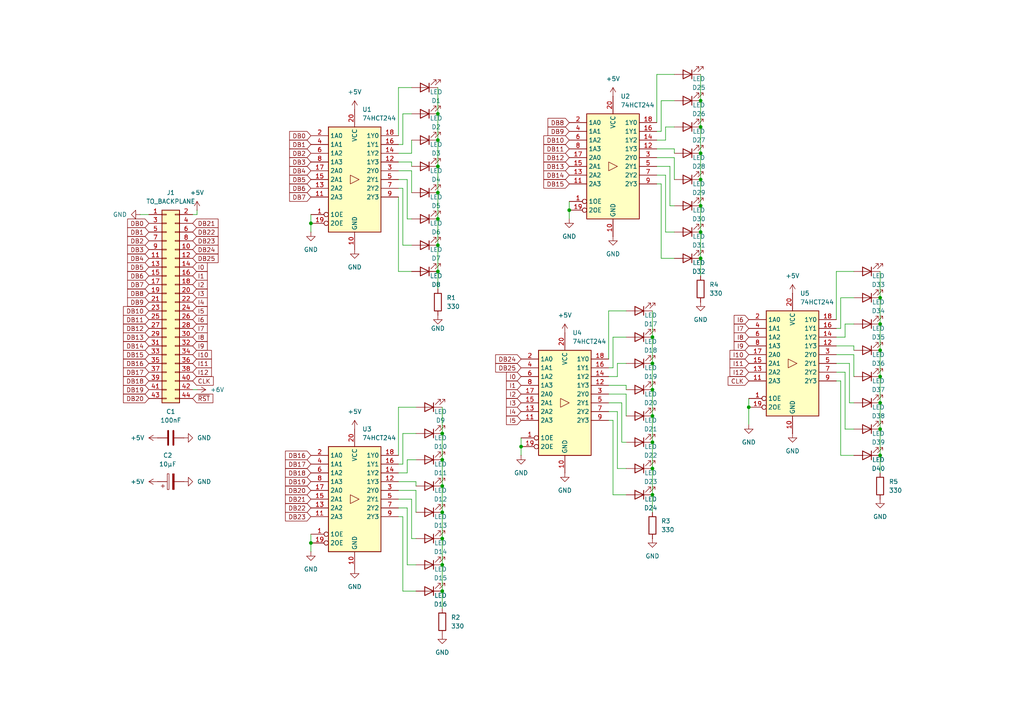
<source format=kicad_sch>
(kicad_sch (version 20231120) (generator "eeschema") (generator_version "8.0")
  (paper "A4")
  (lib_symbols
    (symbol "74xx:74HC244"
      (property "Reference" "U" (at -7.62 16.51 0))
      (property "Value" "74HC244" (at -7.62 -16.51 0))
      (symbol "74HC244_1_0"
        (polyline (pts (xy 1.27 0) (xy -1.27 1.27) (xy -1.27 -1.27) (xy 1.27 0)) (stroke (width 0.1524)))
        (pin input inverted (at -12.7 -10.16 0) (length 5.08) (name "1OE") (number "1"))
        (pin power_in line (at 0 -20.32 90) (length 5.08) (name "GND") (number "10"))
        (pin input line (at -12.7 -5.08 0) (length 5.08) (name "2A3") (number "11"))
        (pin tri_state line (at 12.7 5.08 180) (length 5.08) (name "1Y3") (number "12"))
        (pin input line (at -12.7 -2.54 0) (length 5.08) (name "2A2") (number "13"))
        (pin tri_state line (at 12.7 7.62 180) (length 5.08) (name "1Y2") (number "14"))
        (pin input line (at -12.7 0 0) (length 5.08) (name "2A1") (number "15"))
        (pin tri_state line (at 12.7 10.16 180) (length 5.08) (name "1Y1") (number "16"))
        (pin input line (at -12.7 2.54 0) (length 5.08) (name "2A0") (number "17"))
        (pin tri_state line (at 12.7 12.7 180) (length 5.08) (name "1Y0") (number "18"))
        (pin input inverted (at -12.7 -12.7 0) (length 5.08) (name "2OE") (number "19"))
        (pin input line (at -12.7 12.7 0) (length 5.08) (name "1A0") (number "2"))
        (pin power_in line (at 0 20.32 270) (length 5.08) (name "VCC") (number "20"))
        (pin tri_state line (at 12.7 2.54 180) (length 5.08) (name "2Y0") (number "3"))
        (pin input line (at -12.7 10.16 0) (length 5.08) (name "1A1") (number "4"))
        (pin tri_state line (at 12.7 0 180) (length 5.08) (name "2Y1") (number "5"))
        (pin input line (at -12.7 7.62 0) (length 5.08) (name "1A2") (number "6"))
        (pin tri_state line (at 12.7 -2.54 180) (length 5.08) (name "2Y2") (number "7"))
        (pin input line (at -12.7 5.08 0) (length 5.08) (name "1A3") (number "8"))
        (pin tri_state line (at 12.7 -5.08 180) (length 5.08) (name "2Y3") (number "9"))
      )
      (symbol "74HC244_1_1"
        (rectangle (start -7.62 15.24) (end 7.62 -15.24) (stroke (width 0.254)) (fill (type background)))
      )
    )
    (symbol "Connector_Generic:Conn_02x22_Odd_Even" (pin_names (offset 1.016) hide)
      (property "Reference" "J" (at 1.27 27.94 0))
      (property "Value" "Conn_02x22_Odd_Even" (at 1.27 -30.48 0))
      (symbol "Conn_02x22_Odd_Even_1_1"
        (rectangle (start -1.27 -27.813) (end 0 -28.067) (stroke (width 0.1524)))
        (rectangle (start -1.27 -25.273) (end 0 -25.527) (stroke (width 0.1524)))
        (rectangle (start -1.27 -22.733) (end 0 -22.987) (stroke (width 0.1524)))
        (rectangle (start -1.27 -20.193) (end 0 -20.447) (stroke (width 0.1524)))
        (rectangle (start -1.27 -17.653) (end 0 -17.907) (stroke (width 0.1524)))
        (rectangle (start -1.27 -15.113) (end 0 -15.367) (stroke (width 0.1524)))
        (rectangle (start -1.27 -12.573) (end 0 -12.827) (stroke (width 0.1524)))
        (rectangle (start -1.27 -10.033) (end 0 -10.287) (stroke (width 0.1524)))
        (rectangle (start -1.27 -7.493) (end 0 -7.747) (stroke (width 0.1524)))
        (rectangle (start -1.27 -4.953) (end 0 -5.207) (stroke (width 0.1524)))
        (rectangle (start -1.27 -2.413) (end 0 -2.667) (stroke (width 0.1524)))
        (rectangle (start -1.27 0.127) (end 0 -0.127) (stroke (width 0.1524)))
        (rectangle (start -1.27 2.667) (end 0 2.413) (stroke (width 0.1524)))
        (rectangle (start -1.27 5.207) (end 0 4.953) (stroke (width 0.1524)))
        (rectangle (start -1.27 7.747) (end 0 7.493) (stroke (width 0.1524)))
        (rectangle (start -1.27 10.287) (end 0 10.033) (stroke (width 0.1524)))
        (rectangle (start -1.27 12.827) (end 0 12.573) (stroke (width 0.1524)))
        (rectangle (start -1.27 15.367) (end 0 15.113) (stroke (width 0.1524)))
        (rectangle (start -1.27 17.907) (end 0 17.653) (stroke (width 0.1524)))
        (rectangle (start -1.27 20.447) (end 0 20.193) (stroke (width 0.1524)))
        (rectangle (start -1.27 22.987) (end 0 22.733) (stroke (width 0.1524)))
        (rectangle (start -1.27 25.527) (end 0 25.273) (stroke (width 0.1524)))
        (rectangle (start -1.27 26.67) (end 3.81 -29.21) (stroke (width 0.254)) (fill (type background)))
        (rectangle (start 3.81 -27.813) (end 2.54 -28.067) (stroke (width 0.1524)))
        (rectangle (start 3.81 -25.273) (end 2.54 -25.527) (stroke (width 0.1524)))
        (rectangle (start 3.81 -22.733) (end 2.54 -22.987) (stroke (width 0.1524)))
        (rectangle (start 3.81 -20.193) (end 2.54 -20.447) (stroke (width 0.1524)))
        (rectangle (start 3.81 -17.653) (end 2.54 -17.907) (stroke (width 0.1524)))
        (rectangle (start 3.81 -15.113) (end 2.54 -15.367) (stroke (width 0.1524)))
        (rectangle (start 3.81 -12.573) (end 2.54 -12.827) (stroke (width 0.1524)))
        (rectangle (start 3.81 -10.033) (end 2.54 -10.287) (stroke (width 0.1524)))
        (rectangle (start 3.81 -7.493) (end 2.54 -7.747) (stroke (width 0.1524)))
        (rectangle (start 3.81 -4.953) (end 2.54 -5.207) (stroke (width 0.1524)))
        (rectangle (start 3.81 -2.413) (end 2.54 -2.667) (stroke (width 0.1524)))
        (rectangle (start 3.81 0.127) (end 2.54 -0.127) (stroke (width 0.1524)))
        (rectangle (start 3.81 2.667) (end 2.54 2.413) (stroke (width 0.1524)))
        (rectangle (start 3.81 5.207) (end 2.54 4.953) (stroke (width 0.1524)))
        (rectangle (start 3.81 7.747) (end 2.54 7.493) (stroke (width 0.1524)))
        (rectangle (start 3.81 10.287) (end 2.54 10.033) (stroke (width 0.1524)))
        (rectangle (start 3.81 12.827) (end 2.54 12.573) (stroke (width 0.1524)))
        (rectangle (start 3.81 15.367) (end 2.54 15.113) (stroke (width 0.1524)))
        (rectangle (start 3.81 17.907) (end 2.54 17.653) (stroke (width 0.1524)))
        (rectangle (start 3.81 20.447) (end 2.54 20.193) (stroke (width 0.1524)))
        (rectangle (start 3.81 22.987) (end 2.54 22.733) (stroke (width 0.1524)))
        (rectangle (start 3.81 25.527) (end 2.54 25.273) (stroke (width 0.1524)))
        (pin passive line (at -5.08 25.4 0) (length 3.81) (name "Pin_1") (number "1"))
        (pin passive line (at 7.62 15.24 180) (length 3.81) (name "Pin_10") (number "10"))
        (pin passive line (at -5.08 12.7 0) (length 3.81) (name "Pin_11") (number "11"))
        (pin passive line (at 7.62 12.7 180) (length 3.81) (name "Pin_12") (number "12"))
        (pin passive line (at -5.08 10.16 0) (length 3.81) (name "Pin_13") (number "13"))
        (pin passive line (at 7.62 10.16 180) (length 3.81) (name "Pin_14") (number "14"))
        (pin passive line (at -5.08 7.62 0) (length 3.81) (name "Pin_15") (number "15"))
        (pin passive line (at 7.62 7.62 180) (length 3.81) (name "Pin_16") (number "16"))
        (pin passive line (at -5.08 5.08 0) (length 3.81) (name "Pin_17") (number "17"))
        (pin passive line (at 7.62 5.08 180) (length 3.81) (name "Pin_18") (number "18"))
        (pin passive line (at -5.08 2.54 0) (length 3.81) (name "Pin_19") (number "19"))
        (pin passive line (at 7.62 25.4 180) (length 3.81) (name "Pin_2") (number "2"))
        (pin passive line (at 7.62 2.54 180) (length 3.81) (name "Pin_20") (number "20"))
        (pin passive line (at -5.08 0 0) (length 3.81) (name "Pin_21") (number "21"))
        (pin passive line (at 7.62 0 180) (length 3.81) (name "Pin_22") (number "22"))
        (pin passive line (at -5.08 -2.54 0) (length 3.81) (name "Pin_23") (number "23"))
        (pin passive line (at 7.62 -2.54 180) (length 3.81) (name "Pin_24") (number "24"))
        (pin passive line (at -5.08 -5.08 0) (length 3.81) (name "Pin_25") (number "25"))
        (pin passive line (at 7.62 -5.08 180) (length 3.81) (name "Pin_26") (number "26"))
        (pin passive line (at -5.08 -7.62 0) (length 3.81) (name "Pin_27") (number "27"))
        (pin passive line (at 7.62 -7.62 180) (length 3.81) (name "Pin_28") (number "28"))
        (pin passive line (at -5.08 -10.16 0) (length 3.81) (name "Pin_29") (number "29"))
        (pin passive line (at -5.08 22.86 0) (length 3.81) (name "Pin_3") (number "3"))
        (pin passive line (at 7.62 -10.16 180) (length 3.81) (name "Pin_30") (number "30"))
        (pin passive line (at -5.08 -12.7 0) (length 3.81) (name "Pin_31") (number "31"))
        (pin passive line (at 7.62 -12.7 180) (length 3.81) (name "Pin_32") (number "32"))
        (pin passive line (at -5.08 -15.24 0) (length 3.81) (name "Pin_33") (number "33"))
        (pin passive line (at 7.62 -15.24 180) (length 3.81) (name "Pin_34") (number "34"))
        (pin passive line (at -5.08 -17.78 0) (length 3.81) (name "Pin_35") (number "35"))
        (pin passive line (at 7.62 -17.78 180) (length 3.81) (name "Pin_36") (number "36"))
        (pin passive line (at -5.08 -20.32 0) (length 3.81) (name "Pin_37") (number "37"))
        (pin passive line (at 7.62 -20.32 180) (length 3.81) (name "Pin_38") (number "38"))
        (pin passive line (at -5.08 -22.86 0) (length 3.81) (name "Pin_39") (number "39"))
        (pin passive line (at 7.62 22.86 180) (length 3.81) (name "Pin_4") (number "4"))
        (pin passive line (at 7.62 -22.86 180) (length 3.81) (name "Pin_40") (number "40"))
        (pin passive line (at -5.08 -25.4 0) (length 3.81) (name "Pin_41") (number "41"))
        (pin passive line (at 7.62 -25.4 180) (length 3.81) (name "Pin_42") (number "42"))
        (pin passive line (at -5.08 -27.94 0) (length 3.81) (name "Pin_43") (number "43"))
        (pin passive line (at 7.62 -27.94 180) (length 3.81) (name "Pin_44") (number "44"))
        (pin passive line (at -5.08 20.32 0) (length 3.81) (name "Pin_5") (number "5"))
        (pin passive line (at 7.62 20.32 180) (length 3.81) (name "Pin_6") (number "6"))
        (pin passive line (at -5.08 17.78 0) (length 3.81) (name "Pin_7") (number "7"))
        (pin passive line (at 7.62 17.78 180) (length 3.81) (name "Pin_8") (number "8"))
        (pin passive line (at -5.08 15.24 0) (length 3.81) (name "Pin_9") (number "9"))
      )
    )
    (symbol "Device:C" (pin_numbers hide) (pin_names (offset 0.254))
      (property "Reference" "C" (at 0.635 2.54 0))
      (property "Value" "C" (at 0.635 -2.54 0))
      (symbol "C_0_1"
        (polyline (pts (xy -2.032 -0.762) (xy 2.032 -0.762)) (stroke (width 0.508)))
        (polyline (pts (xy -2.032 0.762) (xy 2.032 0.762)) (stroke (width 0.508)))
      )
      (symbol "C_1_1"
        (pin passive line (at 0 3.81 270) (length 2.794) (name "~") (number "1"))
        (pin passive line (at 0 -3.81 90) (length 2.794) (name "~") (number "2"))
      )
    )
    (symbol "Device:C_Polarized" (pin_numbers hide) (pin_names (offset 0.254))
      (property "Reference" "C" (at 0.635 2.54 0))
      (property "Value" "C_Polarized" (at 0.635 -2.54 0))
      (symbol "C_Polarized_0_1"
        (rectangle (start -2.286 0.508) (end 2.286 1.016))
        (polyline (pts (xy -1.778 2.286) (xy -0.762 2.286)))
        (polyline (pts (xy -1.27 2.794) (xy -1.27 1.778)))
        (rectangle (start 2.286 -0.508) (end -2.286 -1.016) (fill (type outline)))
      )
      (symbol "C_Polarized_1_1"
        (pin passive line (at 0 3.81 270) (length 2.794) (name "~") (number "1"))
        (pin passive line (at 0 -3.81 90) (length 2.794) (name "~") (number "2"))
      )
    )
    (symbol "Device:LED" (pin_numbers hide) (pin_names (offset 1.016) hide)
      (property "Reference" "D" (at 0 2.54 0))
      (property "Value" "LED" (at 0 -2.54 0))
      (symbol "LED_0_1"
        (polyline (pts (xy -1.27 -1.27) (xy -1.27 1.27)) (stroke (width 0.254)))
        (polyline (pts (xy -1.27 0) (xy 1.27 0)))
        (polyline (pts (xy 1.27 -1.27) (xy 1.27 1.27) (xy -1.27 0) (xy 1.27 -1.27)) (stroke (width 0.254)))
        (polyline (pts (xy -3.048 -0.762) (xy -4.572 -2.286) (xy -3.81 -2.286) (xy -4.572 -2.286) (xy -4.572 -1.524)))
        (polyline (pts (xy -1.778 -0.762) (xy -3.302 -2.286) (xy -2.54 -2.286) (xy -3.302 -2.286) (xy -3.302 -1.524)))
      )
      (symbol "LED_1_1"
        (pin passive line (at -3.81 0 0) (length 2.54) (name "K") (number "1"))
        (pin passive line (at 3.81 0 180) (length 2.54) (name "A") (number "2"))
      )
    )
    (symbol "Device:R" (pin_numbers hide) (pin_names (offset 0))
      (property "Reference" "R" (at 2.032 0 90))
      (property "Value" "R" (at 0 0 90))
      (symbol "R_0_1"
        (rectangle (start -1.016 -2.54) (end 1.016 2.54) (stroke (width 0.254)))
      )
      (symbol "R_1_1"
        (pin passive line (at 0 3.81 270) (length 1.27) (name "~") (number "1"))
        (pin passive line (at 0 -3.81 90) (length 1.27) (name "~") (number "2"))
      )
    )
    (symbol "power:+5V" (power) (pin_numbers hide) (pin_names (offset 0) hide)
      (property "Value" "+5V" (at 0 3.556 0))
      (symbol "+5V_0_1"
        (polyline (pts (xy -0.762 1.27) (xy 0 2.54)))
        (polyline (pts (xy 0 0) (xy 0 2.54)))
        (polyline (pts (xy 0 2.54) (xy 0.762 1.27)))
      )
      (symbol "+5V_1_1"
        (pin power_in line (at 0 0 90) (length 0) (name "~") (number "1"))
      )
    )
    (symbol "power:+6V" (power) (pin_numbers hide) (pin_names (offset 0) hide)
      (property "Value" "+6V" (at 0 3.556 0))
      (symbol "+6V_0_1"
        (polyline (pts (xy -0.762 1.27) (xy 0 2.54)))
        (polyline (pts (xy 0 0) (xy 0 2.54)))
        (polyline (pts (xy 0 2.54) (xy 0.762 1.27)))
      )
      (symbol "+6V_1_1"
        (pin power_in line (at 0 0 90) (length 0) (name "~") (number "1"))
      )
    )
    (symbol "power:GND" (power) (pin_numbers hide) (pin_names (offset 0) hide)
      (property "Value" "GND" (at 0 -3.81 0))
      (symbol "GND_0_1"
        (polyline (pts (xy 0 0) (xy 0 -1.27) (xy 1.27 -1.27) (xy 0 -2.54) (xy -1.27 -1.27) (xy 0 -1.27)))
      )
      (symbol "GND_1_1"
        (pin power_in line (at 0 0 270) (length 0) (name "~") (number "1"))
      )
    )
  )
  (junction (at 128.27 148.59))
  (junction (at 255.27 109.22))
  (junction (at 189.23 143.51))
  (junction (at 203.2 36.83))
  (junction (at 255.27 124.46))
  (junction (at 255.27 132.08))
  (junction (at 127 78.74))
  (junction (at 151.13 129.54))
  (junction (at 128.27 140.97))
  (junction (at 217.17 118.11))
  (junction (at 127 40.64))
  (junction (at 189.23 97.79))
  (junction (at 189.23 128.27))
  (junction (at 255.27 86.36))
  (junction (at 128.27 133.35))
  (junction (at 165.1 60.96))
  (junction (at 203.2 44.45))
  (junction (at 203.2 29.21))
  (junction (at 127 71.12))
  (junction (at 255.27 116.84))
  (junction (at 255.27 101.6))
  (junction (at 127 48.26))
  (junction (at 189.23 113.03))
  (junction (at 203.2 52.07))
  (junction (at 189.23 105.41))
  (junction (at 128.27 156.21))
  (junction (at 90.17 157.48))
  (junction (at 189.23 135.89))
  (junction (at 128.27 163.83))
  (junction (at 128.27 125.73))
  (junction (at 128.27 171.45))
  (junction (at 127 55.88))
  (junction (at 127 63.5))
  (junction (at 203.2 74.93))
  (junction (at 203.2 59.69))
  (junction (at 127 33.02))
  (junction (at 255.27 93.98))
  (junction (at 90.17 64.77))
  (junction (at 189.23 120.65))
  (junction (at 203.2 67.31))
  (wire (pts (xy 243.84 132.08) (xy 243.84 110.49)))
  (wire (pts (xy 191.77 74.93) (xy 191.77 53.34)))
  (wire (pts (xy 246.38 116.84) (xy 246.38 105.41)))
  (wire (pts (xy 181.61 113.03) (xy 181.61 111.76)))
  (wire (pts (xy 242.57 102.87) (xy 247.65 102.87)))
  (wire (pts (xy 118.11 63.5) (xy 118.11 52.07)))
  (wire (pts (xy 195.58 74.93) (xy 191.77 74.93)))
  (wire (pts (xy 203.2 44.45) (xy 203.2 52.07)))
  (wire (pts (xy 120.65 171.45) (xy 116.84 171.45)))
  (wire (pts (xy 120.65 148.59) (xy 120.65 142.24)))
  (wire (pts (xy 247.65 100.33) (xy 242.57 100.33)))
  (wire (pts (xy 193.04 36.83) (xy 193.04 40.64)))
  (wire (pts (xy 128.27 163.83) (xy 128.27 171.45)))
  (wire (pts (xy 119.38 48.26) (xy 119.38 46.99)))
  (wire (pts (xy 195.58 59.69) (xy 194.31 59.69)))
  (wire (pts (xy 203.2 29.21) (xy 203.2 36.83)))
  (wire (pts (xy 120.65 156.21) (xy 119.38 156.21)))
  (wire (pts (xy 245.11 107.95) (xy 242.57 107.95)))
  (wire (pts (xy 120.65 140.97) (xy 120.65 139.7)))
  (wire (pts (xy 118.11 137.16) (xy 115.57 137.16)))
  (wire (pts (xy 128.27 133.35) (xy 128.27 140.97)))
  (wire (pts (xy 55.88 113.03) (xy 57.15 113.03)))
  (wire (pts (xy 203.2 74.93) (xy 203.2 80.01)))
  (wire (pts (xy 247.65 93.98) (xy 245.11 93.98)))
  (wire (pts (xy 127 40.64) (xy 127 48.26)))
  (wire (pts (xy 245.11 124.46) (xy 245.11 107.95)))
  (wire (pts (xy 203.2 67.31) (xy 203.2 74.93)))
  (wire (pts (xy 181.61 105.41) (xy 179.07 105.41)))
  (wire (pts (xy 189.23 105.41) (xy 189.23 113.03)))
  (wire (pts (xy 189.23 120.65) (xy 189.23 128.27)))
  (wire (pts (xy 127 55.88) (xy 127 63.5)))
  (wire (pts (xy 115.57 78.74) (xy 115.57 57.15)))
  (wire (pts (xy 177.8 143.51) (xy 177.8 121.92)))
  (wire (pts (xy 189.23 128.27) (xy 189.23 135.89)))
  (wire (pts (xy 247.65 101.6) (xy 247.65 100.33)))
  (wire (pts (xy 120.65 133.35) (xy 118.11 133.35)))
  (wire (pts (xy 242.57 78.74) (xy 242.57 92.71)))
  (wire (pts (xy 127 71.12) (xy 127 78.74)))
  (wire (pts (xy 127 48.26) (xy 127 55.88)))
  (wire (pts (xy 193.04 50.8) (xy 190.5 50.8)))
  (wire (pts (xy 189.23 135.89) (xy 189.23 143.51)))
  (wire (pts (xy 116.84 71.12) (xy 116.84 54.61)))
  (wire (pts (xy 255.27 93.98) (xy 255.27 101.6)))
  (wire (pts (xy 247.65 132.08) (xy 243.84 132.08)))
  (wire (pts (xy 179.07 109.22) (xy 176.53 109.22)))
  (wire (pts (xy 191.77 29.21) (xy 191.77 38.1)))
  (wire (pts (xy 189.23 97.79) (xy 189.23 105.41)))
  (wire (pts (xy 119.38 40.64) (xy 119.38 44.45)))
  (wire (pts (xy 120.65 118.11) (xy 115.57 118.11)))
  (wire (pts (xy 118.11 133.35) (xy 118.11 137.16)))
  (wire (pts (xy 90.17 62.23) (xy 90.17 64.77)))
  (wire (pts (xy 176.53 90.17) (xy 176.53 104.14)))
  (wire (pts (xy 119.38 63.5) (xy 118.11 63.5)))
  (wire (pts (xy 57.15 62.23) (xy 55.88 62.23)))
  (wire (pts (xy 116.84 171.45) (xy 116.84 149.86)))
  (wire (pts (xy 193.04 40.64) (xy 190.5 40.64)))
  (wire (pts (xy 90.17 154.94) (xy 90.17 157.48)))
  (wire (pts (xy 119.38 55.88) (xy 119.38 49.53)))
  (wire (pts (xy 181.61 128.27) (xy 180.34 128.27)))
  (wire (pts (xy 128.27 118.11) (xy 128.27 125.73)))
  (wire (pts (xy 115.57 49.53) (xy 119.38 49.53)))
  (wire (pts (xy 128.27 140.97) (xy 128.27 148.59)))
  (wire (pts (xy 195.58 29.21) (xy 191.77 29.21)))
  (wire (pts (xy 127 25.4) (xy 127 33.02)))
  (wire (pts (xy 203.2 36.83) (xy 203.2 44.45)))
  (wire (pts (xy 247.65 116.84) (xy 246.38 116.84)))
  (wire (pts (xy 195.58 44.45) (xy 195.58 43.18)))
  (wire (pts (xy 247.65 86.36) (xy 243.84 86.36)))
  (wire (pts (xy 120.65 163.83) (xy 118.11 163.83)))
  (wire (pts (xy 115.57 25.4) (xy 115.57 39.37)))
  (wire (pts (xy 247.65 78.74) (xy 242.57 78.74)))
  (wire (pts (xy 181.61 143.51) (xy 177.8 143.51)))
  (wire (pts (xy 247.65 124.46) (xy 245.11 124.46)))
  (wire (pts (xy 151.13 127) (xy 151.13 129.54)))
  (wire (pts (xy 190.5 21.59) (xy 190.5 35.56)))
  (wire (pts (xy 195.58 52.07) (xy 195.58 45.72)))
  (wire (pts (xy 118.11 52.07) (xy 115.57 52.07)))
  (wire (pts (xy 193.04 67.31) (xy 193.04 50.8)))
  (wire (pts (xy 119.38 78.74) (xy 115.57 78.74)))
  (wire (pts (xy 189.23 90.17) (xy 189.23 97.79)))
  (wire (pts (xy 119.38 156.21) (xy 119.38 144.78)))
  (wire (pts (xy 194.31 48.26) (xy 190.5 48.26)))
  (wire (pts (xy 120.65 125.73) (xy 116.84 125.73)))
  (wire (pts (xy 118.11 163.83) (xy 118.11 147.32)))
  (wire (pts (xy 116.84 149.86) (xy 115.57 149.86)))
  (wire (pts (xy 203.2 59.69) (xy 203.2 67.31)))
  (wire (pts (xy 40.64 62.23) (xy 43.18 62.23)))
  (wire (pts (xy 119.38 44.45) (xy 115.57 44.45)))
  (wire (pts (xy 181.61 97.79) (xy 177.8 97.79)))
  (wire (pts (xy 127 63.5) (xy 127 71.12)))
  (wire (pts (xy 179.07 135.89) (xy 179.07 119.38)))
  (wire (pts (xy 255.27 109.22) (xy 255.27 116.84)))
  (wire (pts (xy 247.65 109.22) (xy 247.65 102.87)))
  (wire (pts (xy 194.31 59.69) (xy 194.31 48.26)))
  (wire (pts (xy 217.17 118.11) (xy 217.17 123.19)))
  (wire (pts (xy 255.27 124.46) (xy 255.27 132.08)))
  (wire (pts (xy 191.77 53.34) (xy 190.5 53.34)))
  (wire (pts (xy 151.13 129.54) (xy 151.13 132.08)))
  (wire (pts (xy 119.38 33.02) (xy 116.84 33.02)))
  (wire (pts (xy 195.58 21.59) (xy 190.5 21.59)))
  (wire (pts (xy 128.27 125.73) (xy 128.27 133.35)))
  (wire (pts (xy 128.27 148.59) (xy 128.27 156.21)))
  (wire (pts (xy 119.38 25.4) (xy 115.57 25.4)))
  (wire (pts (xy 115.57 118.11) (xy 115.57 132.08)))
  (wire (pts (xy 246.38 105.41) (xy 242.57 105.41)))
  (wire (pts (xy 255.27 101.6) (xy 255.27 109.22)))
  (wire (pts (xy 181.61 90.17) (xy 176.53 90.17)))
  (wire (pts (xy 165.1 58.42) (xy 165.1 60.96)))
  (wire (pts (xy 128.27 156.21) (xy 128.27 163.83)))
  (wire (pts (xy 115.57 46.99) (xy 119.38 46.99)))
  (wire (pts (xy 195.58 67.31) (xy 193.04 67.31)))
  (wire (pts (xy 90.17 64.77) (xy 90.17 67.31)))
  (wire (pts (xy 165.1 60.96) (xy 165.1 63.5)))
  (wire (pts (xy 245.11 97.79) (xy 242.57 97.79)))
  (wire (pts (xy 189.23 113.03) (xy 189.23 120.65)))
  (wire (pts (xy 116.84 41.91) (xy 115.57 41.91)))
  (wire (pts (xy 195.58 43.18) (xy 190.5 43.18)))
  (wire (pts (xy 128.27 171.45) (xy 128.27 176.53)))
  (wire (pts (xy 179.07 105.41) (xy 179.07 109.22)))
  (wire (pts (xy 181.61 135.89) (xy 179.07 135.89)))
  (wire (pts (xy 118.11 147.32) (xy 115.57 147.32)))
  (wire (pts (xy 116.84 33.02) (xy 116.84 41.91)))
  (wire (pts (xy 217.17 115.57) (xy 217.17 118.11)))
  (wire (pts (xy 116.84 134.62) (xy 115.57 134.62)))
  (wire (pts (xy 120.65 139.7) (xy 115.57 139.7)))
  (wire (pts (xy 243.84 95.25) (xy 242.57 95.25)))
  (wire (pts (xy 255.27 116.84) (xy 255.27 124.46)))
  (wire (pts (xy 181.61 111.76) (xy 176.53 111.76)))
  (wire (pts (xy 243.84 110.49) (xy 242.57 110.49)))
  (wire (pts (xy 203.2 21.59) (xy 203.2 29.21)))
  (wire (pts (xy 177.8 106.68) (xy 176.53 106.68)))
  (wire (pts (xy 116.84 54.61) (xy 115.57 54.61)))
  (wire (pts (xy 57.15 60.96) (xy 57.15 62.23)))
  (wire (pts (xy 176.53 114.3) (xy 181.61 114.3)))
  (wire (pts (xy 255.27 78.74) (xy 255.27 86.36)))
  (wire (pts (xy 116.84 125.73) (xy 116.84 134.62)))
  (wire (pts (xy 115.57 142.24) (xy 120.65 142.24)))
  (wire (pts (xy 127 33.02) (xy 127 40.64)))
  (wire (pts (xy 179.07 119.38) (xy 176.53 119.38)))
  (wire (pts (xy 127 78.74) (xy 127 83.82)))
  (wire (pts (xy 177.8 121.92) (xy 176.53 121.92)))
  (wire (pts (xy 180.34 128.27) (xy 180.34 116.84)))
  (wire (pts (xy 245.11 93.98) (xy 245.11 97.79)))
  (wire (pts (xy 181.61 120.65) (xy 181.61 114.3)))
  (wire (pts (xy 180.34 116.84) (xy 176.53 116.84)))
  (wire (pts (xy 177.8 97.79) (xy 177.8 106.68)))
  (wire (pts (xy 119.38 144.78) (xy 115.57 144.78)))
  (wire (pts (xy 255.27 86.36) (xy 255.27 93.98)))
  (wire (pts (xy 191.77 38.1) (xy 190.5 38.1)))
  (wire (pts (xy 243.84 86.36) (xy 243.84 95.25)))
  (wire (pts (xy 255.27 132.08) (xy 255.27 137.16)))
  (wire (pts (xy 190.5 45.72) (xy 195.58 45.72)))
  (wire (pts (xy 195.58 36.83) (xy 193.04 36.83)))
  (wire (pts (xy 189.23 143.51) (xy 189.23 148.59)))
  (wire (pts (xy 119.38 71.12) (xy 116.84 71.12)))
  (wire (pts (xy 90.17 157.48) (xy 90.17 160.02)))
  (wire (pts (xy 203.2 52.07) (xy 203.2 59.69)))
  (global_label "DB15" (shape input) (at 43.18 102.87 180) (property "Intersheetrefs" "${INTERSHEET_REFS}" (effects (hide yes))))
  (global_label "DB20" (shape input) (at 43.18 115.57 180) (property "Intersheetrefs" "${INTERSHEET_REFS}" (effects (hide yes))))
  (global_label "I9" (shape input) (at 217.17 100.33 180) (property "Intersheetrefs" "${INTERSHEET_REFS}" (effects (hide yes))))
  (global_label "I8" (shape input) (at 217.17 97.79 180) (property "Intersheetrefs" "${INTERSHEET_REFS}" (effects (hide yes))))
  (global_label "DB6" (shape input) (at 43.18 80.01 180) (property "Intersheetrefs" "${INTERSHEET_REFS}" (effects (hide yes))))
  (global_label "DB25" (shape input) (at 55.88 74.93 0) (property "Intersheetrefs" "${INTERSHEET_REFS}" (effects (hide yes))))
  (global_label "I10" (shape input) (at 55.88 102.87 0) (property "Intersheetrefs" "${INTERSHEET_REFS}" (effects (hide yes))))
  (global_label "DB13" (shape input) (at 165.1 48.26 180) (property "Intersheetrefs" "${INTERSHEET_REFS}" (effects (hide yes))))
  (global_label "I10" (shape input) (at 217.17 102.87 180) (property "Intersheetrefs" "${INTERSHEET_REFS}" (effects (hide yes))))
  (global_label "DB3" (shape input) (at 43.18 72.39 180) (property "Intersheetrefs" "${INTERSHEET_REFS}" (effects (hide yes))))
  (global_label "DB16" (shape input) (at 43.18 105.41 180) (property "Intersheetrefs" "${INTERSHEET_REFS}" (effects (hide yes))))
  (global_label "DB0" (shape input) (at 43.18 64.77 180) (property "Intersheetrefs" "${INTERSHEET_REFS}" (effects (hide yes))))
  (global_label "DB8" (shape input) (at 165.1 35.56 180) (property "Intersheetrefs" "${INTERSHEET_REFS}" (effects (hide yes))))
  (global_label "DB19" (shape input) (at 43.18 113.03 180) (property "Intersheetrefs" "${INTERSHEET_REFS}" (effects (hide yes))))
  (global_label "I8" (shape input) (at 55.88 97.79 0) (property "Intersheetrefs" "${INTERSHEET_REFS}" (effects (hide yes))))
  (global_label "DB14" (shape input) (at 43.18 100.33 180) (property "Intersheetrefs" "${INTERSHEET_REFS}" (effects (hide yes))))
  (global_label "I6" (shape input) (at 217.17 92.71 180) (property "Intersheetrefs" "${INTERSHEET_REFS}" (effects (hide yes))))
  (global_label "I11" (shape input) (at 55.88 105.41 0) (property "Intersheetrefs" "${INTERSHEET_REFS}" (effects (hide yes))))
  (global_label "DB4" (shape input) (at 90.17 49.53 180) (property "Intersheetrefs" "${INTERSHEET_REFS}" (effects (hide yes))))
  (global_label "DB10" (shape input) (at 165.1 40.64 180) (property "Intersheetrefs" "${INTERSHEET_REFS}" (effects (hide yes))))
  (global_label "I4" (shape input) (at 55.88 87.63 0) (property "Intersheetrefs" "${INTERSHEET_REFS}" (effects (hide yes))))
  (global_label "DB12" (shape input) (at 43.18 95.25 180) (property "Intersheetrefs" "${INTERSHEET_REFS}" (effects (hide yes))))
  (global_label "I9" (shape input) (at 55.88 100.33 0) (property "Intersheetrefs" "${INTERSHEET_REFS}" (effects (hide yes))))
  (global_label "DB9" (shape input) (at 165.1 38.1 180) (property "Intersheetrefs" "${INTERSHEET_REFS}" (effects (hide yes))))
  (global_label "DB1" (shape input) (at 90.17 41.91 180) (property "Intersheetrefs" "${INTERSHEET_REFS}" (effects (hide yes))))
  (global_label "I1" (shape input) (at 151.13 111.76 180) (property "Intersheetrefs" "${INTERSHEET_REFS}" (effects (hide yes))))
  (global_label "I12" (shape input) (at 55.88 107.95 0) (property "Intersheetrefs" "${INTERSHEET_REFS}" (effects (hide yes))))
  (global_label "DB23" (shape input) (at 55.88 69.85 0) (property "Intersheetrefs" "${INTERSHEET_REFS}" (effects (hide yes))))
  (global_label "DB15" (shape input) (at 165.1 53.34 180) (property "Intersheetrefs" "${INTERSHEET_REFS}" (effects (hide yes))))
  (global_label "I1" (shape input) (at 55.88 80.01 0) (property "Intersheetrefs" "${INTERSHEET_REFS}" (effects (hide yes))))
  (global_label "DB4" (shape input) (at 43.18 74.93 180) (property "Intersheetrefs" "${INTERSHEET_REFS}" (effects (hide yes))))
  (global_label "I2" (shape input) (at 151.13 114.3 180) (property "Intersheetrefs" "${INTERSHEET_REFS}" (effects (hide yes))))
  (global_label "DB5" (shape input) (at 90.17 52.07 180) (property "Intersheetrefs" "${INTERSHEET_REFS}" (effects (hide yes))))
  (global_label "DB21" (shape input) (at 55.88 64.77 0) (property "Intersheetrefs" "${INTERSHEET_REFS}" (effects (hide yes))))
  (global_label "DB17" (shape input) (at 43.18 107.95 180) (property "Intersheetrefs" "${INTERSHEET_REFS}" (effects (hide yes))))
  (global_label "I3" (shape input) (at 151.13 116.84 180) (property "Intersheetrefs" "${INTERSHEET_REFS}" (effects (hide yes))))
  (global_label "I7" (shape input) (at 217.17 95.25 180) (property "Intersheetrefs" "${INTERSHEET_REFS}" (effects (hide yes))))
  (global_label "DB24" (shape input) (at 151.13 104.14 180) (property "Intersheetrefs" "${INTERSHEET_REFS}" (effects (hide yes))))
  (global_label "DB2" (shape input) (at 43.18 69.85 180) (property "Intersheetrefs" "${INTERSHEET_REFS}" (effects (hide yes))))
  (global_label "CLK" (shape input) (at 55.88 110.49 0) (property "Intersheetrefs" "${INTERSHEET_REFS}" (effects (hide yes))))
  (global_label "DB22" (shape input) (at 55.88 67.31 0) (property "Intersheetrefs" "${INTERSHEET_REFS}" (effects (hide yes))))
  (global_label "DB24" (shape input) (at 55.88 72.39 0) (property "Intersheetrefs" "${INTERSHEET_REFS}" (effects (hide yes))))
  (global_label "~{RST}" (shape input) (at 55.88 115.57 0) (property "Intersheetrefs" "${INTERSHEET_REFS}" (effects (hide yes))))
  (global_label "DB8" (shape input) (at 43.18 85.09 180) (property "Intersheetrefs" "${INTERSHEET_REFS}" (effects (hide yes))))
  (global_label "DB12" (shape input) (at 165.1 45.72 180) (property "Intersheetrefs" "${INTERSHEET_REFS}" (effects (hide yes))))
  (global_label "I7" (shape input) (at 55.88 95.25 0) (property "Intersheetrefs" "${INTERSHEET_REFS}" (effects (hide yes))))
  (global_label "I2" (shape input) (at 55.88 82.55 0) (property "Intersheetrefs" "${INTERSHEET_REFS}" (effects (hide yes))))
  (global_label "DB23" (shape input) (at 90.17 149.86 180) (property "Intersheetrefs" "${INTERSHEET_REFS}" (effects (hide yes))))
  (global_label "DB7" (shape input) (at 43.18 82.55 180) (property "Intersheetrefs" "${INTERSHEET_REFS}" (effects (hide yes))))
  (global_label "I3" (shape input) (at 55.88 85.09 0) (property "Intersheetrefs" "${INTERSHEET_REFS}" (effects (hide yes))))
  (global_label "I0" (shape input) (at 55.88 77.47 0) (property "Intersheetrefs" "${INTERSHEET_REFS}" (effects (hide yes))))
  (global_label "DB11" (shape input) (at 165.1 43.18 180) (property "Intersheetrefs" "${INTERSHEET_REFS}" (effects (hide yes))))
  (global_label "DB21" (shape input) (at 90.17 144.78 180) (property "Intersheetrefs" "${INTERSHEET_REFS}" (effects (hide yes))))
  (global_label "I6" (shape input) (at 55.88 92.71 0) (property "Intersheetrefs" "${INTERSHEET_REFS}" (effects (hide yes))))
  (global_label "DB11" (shape input) (at 43.18 92.71 180) (property "Intersheetrefs" "${INTERSHEET_REFS}" (effects (hide yes))))
  (global_label "DB3" (shape input) (at 90.17 46.99 180) (property "Intersheetrefs" "${INTERSHEET_REFS}" (effects (hide yes))))
  (global_label "I12" (shape input) (at 217.17 107.95 180) (property "Intersheetrefs" "${INTERSHEET_REFS}" (effects (hide yes))))
  (global_label "DB19" (shape input) (at 90.17 139.7 180) (property "Intersheetrefs" "${INTERSHEET_REFS}" (effects (hide yes))))
  (global_label "DB5" (shape input) (at 43.18 77.47 180) (property "Intersheetrefs" "${INTERSHEET_REFS}" (effects (hide yes))))
  (global_label "DB10" (shape input) (at 43.18 90.17 180) (property "Intersheetrefs" "${INTERSHEET_REFS}" (effects (hide yes))))
  (global_label "I5" (shape input) (at 151.13 121.92 180) (property "Intersheetrefs" "${INTERSHEET_REFS}" (effects (hide yes))))
  (global_label "DB0" (shape input) (at 90.17 39.37 180) (property "Intersheetrefs" "${INTERSHEET_REFS}" (effects (hide yes))))
  (global_label "DB2" (shape input) (at 90.17 44.45 180) (property "Intersheetrefs" "${INTERSHEET_REFS}" (effects (hide yes))))
  (global_label "DB18" (shape input) (at 90.17 137.16 180) (property "Intersheetrefs" "${INTERSHEET_REFS}" (effects (hide yes))))
  (global_label "I11" (shape input) (at 217.17 105.41 180) (property "Intersheetrefs" "${INTERSHEET_REFS}" (effects (hide yes))))
  (global_label "DB9" (shape input) (at 43.18 87.63 180) (property "Intersheetrefs" "${INTERSHEET_REFS}" (effects (hide yes))))
  (global_label "I0" (shape input) (at 151.13 109.22 180) (property "Intersheetrefs" "${INTERSHEET_REFS}" (effects (hide yes))))
  (global_label "DB20" (shape input) (at 90.17 142.24 180) (property "Intersheetrefs" "${INTERSHEET_REFS}" (effects (hide yes))))
  (global_label "DB13" (shape input) (at 43.18 97.79 180) (property "Intersheetrefs" "${INTERSHEET_REFS}" (effects (hide yes))))
  (global_label "DB16" (shape input) (at 90.17 132.08 180) (property "Intersheetrefs" "${INTERSHEET_REFS}" (effects (hide yes))))
  (global_label "DB14" (shape input) (at 165.1 50.8 180) (property "Intersheetrefs" "${INTERSHEET_REFS}" (effects (hide yes))))
  (global_label "DB7" (shape input) (at 90.17 57.15 180) (property "Intersheetrefs" "${INTERSHEET_REFS}" (effects (hide yes))))
  (global_label "DB18" (shape input) (at 43.18 110.49 180) (property "Intersheetrefs" "${INTERSHEET_REFS}" (effects (hide yes))))
  (global_label "DB1" (shape input) (at 43.18 67.31 180) (property "Intersheetrefs" "${INTERSHEET_REFS}" (effects (hide yes))))
  (global_label "DB22" (shape input) (at 90.17 147.32 180) (property "Intersheetrefs" "${INTERSHEET_REFS}" (effects (hide yes))))
  (global_label "CLK" (shape input) (at 217.17 110.49 180) (property "Intersheetrefs" "${INTERSHEET_REFS}" (effects (hide yes))))
  (global_label "I5" (shape input) (at 55.88 90.17 0) (property "Intersheetrefs" "${INTERSHEET_REFS}" (effects (hide yes))))
  (global_label "DB25" (shape input) (at 151.13 106.68 180) (property "Intersheetrefs" "${INTERSHEET_REFS}" (effects (hide yes))))
  (global_label "I4" (shape input) (at 151.13 119.38 180) (property "Intersheetrefs" "${INTERSHEET_REFS}" (effects (hide yes))))
  (global_label "DB6" (shape input) (at 90.17 54.61 180) (property "Intersheetrefs" "${INTERSHEET_REFS}" (effects (hide yes))))
  (global_label "DB17" (shape input) (at 90.17 134.62 180) (property "Intersheetrefs" "${INTERSHEET_REFS}" (effects (hide yes))))
  (symbol (lib_id "power:GND") (at 151.13 132.08 0) (unit 1)
    (property "Reference" "#PWR017" (effects (hide yes)))
    (property "Value" "GND" (at 151.13 137.16 0))
    (property "Description" "Power symbol creates a global label with name \"GND\" , ground" (effects (hide yes)))
  )
  (symbol (lib_id "Device:LED") (at 199.39 74.93 180) (unit 1)
    (property "Reference" "D32" (at 202.692 78.74 0))
    (property "Value" "LED" (at 202.692 76.2 0))
    (property "Footprint" "LED_SMD:LED_1206_3216Metric_Pad1.42x1.75mm_HandSolder" (effects (hide yes)))
  )
  (symbol (lib_id "power:GND") (at 163.83 137.16 0) (unit 1)
    (property "Reference" "#PWR019" (effects (hide yes)))
    (property "Value" "GND" (at 163.83 142.24 0))
    (property "Description" "Power symbol creates a global label with name \"GND\" , ground" (effects (hide yes)))
  )
  (symbol (lib_id "Device:LED") (at 185.42 135.89 180) (unit 1)
    (property "Reference" "D23" (at 188.722 139.7 0))
    (property "Value" "LED" (at 188.722 137.16 0))
    (property "Footprint" "LED_SMD:LED_1206_3216Metric_Pad1.42x1.75mm_HandSolder" (effects (hide yes)))
  )
  (symbol (lib_id "power:GND") (at 217.17 123.19 0) (unit 1)
    (property "Reference" "#PWR022" (effects (hide yes)))
    (property "Value" "GND" (at 217.17 128.27 0))
    (property "Description" "Power symbol creates a global label with name \"GND\" , ground" (effects (hide yes)))
  )
  (symbol (lib_id "74xx:74HC244") (at 163.83 116.84 0) (unit 1)
    (property "Reference" "U4" (at 166.0241 96.52 0) (effects (justify left)))
    (property "Value" "74HCT244" (at 166.0241 99.06 0) (effects (justify left)))
    (property "Footprint" "Package_SO:SO-20_12.8x7.5mm_P1.27mm" (effects (hide yes)))
    (property "Datasheet" "https://assets.nexperia.com/documents/data-sheet/74HC_HCT244.pdf" (effects (hide yes)))
    (property "Description" "8-bit Buffer/Line Driver 3-state" (effects (hide yes)))
    (property "VerilogCode" "ttl_74hc244 U49(`_1A, `_2A, `_1Y, `_2Y, _1OE, _2OE);" (effects (hide yes)))
  )
  (symbol (lib_id "Device:LED") (at 185.42 97.79 180) (unit 1)
    (property "Reference" "D18" (at 188.722 101.6 0))
    (property "Value" "LED" (at 188.722 99.06 0))
    (property "Footprint" "LED_SMD:LED_1206_3216Metric_Pad1.42x1.75mm_HandSolder" (effects (hide yes)))
  )
  (symbol (lib_id "Device:LED") (at 123.19 55.88 180) (unit 1)
    (property "Reference" "D5" (at 126.492 59.69 0))
    (property "Value" "LED" (at 126.492 57.15 0))
    (property "Footprint" "LED_SMD:LED_1206_3216Metric_Pad1.42x1.75mm_HandSolder" (effects (hide yes)))
  )
  (symbol (lib_id "Device:LED") (at 124.46 125.73 180) (unit 1)
    (property "Reference" "D10" (at 127.762 129.54 0))
    (property "Value" "LED" (at 127.762 127 0))
    (property "Footprint" "LED_SMD:LED_1206_3216Metric_Pad1.42x1.75mm_HandSolder" (effects (hide yes)))
  )
  (symbol (lib_id "power:GND") (at 203.2 87.63 0) (unit 1)
    (property "Reference" "#PWR026" (effects (hide yes)))
    (property "Value" "GND" (at 203.2 92.71 0))
    (property "Description" "Power symbol creates a global label with name \"GND\" , ground" (effects (hide yes)))
  )
  (symbol (lib_id "power:GND") (at 127 91.44 0) (unit 1)
    (property "Reference" "#PWR023" (effects (hide yes)))
    (property "Value" "GND" (at 127 95.25 0))
    (property "Description" "Power symbol creates a global label with name \"GND\" , ground" (effects (hide yes)))
  )
  (symbol (lib_id "power:GND") (at 165.1 63.5 0) (unit 1)
    (property "Reference" "#PWR011" (effects (hide yes)))
    (property "Value" "GND" (at 165.1 68.58 0))
    (property "Description" "Power symbol creates a global label with name \"GND\" , ground" (effects (hide yes)))
  )
  (symbol (lib_id "power:+6V") (at 57.15 113.03 270) (unit 1)
    (property "Reference" "#PWR03" (effects (hide yes)))
    (property "Value" "+6V" (at 60.96 113.0299 90) (effects (justify left)))
    (property "Description" "Power symbol creates a global label with name \"+6V\"" (effects (hide yes)))
  )
  (symbol (lib_id "Device:R") (at 203.2 83.82 0) (unit 1)
    (property "Reference" "R4" (at 205.74 82.5499 0) (effects (justify left)))
    (property "Value" "330" (at 205.74 85.0899 0) (effects (justify left)))
    (property "Footprint" "Resistor_SMD:R_1206_3216Metric_Pad1.30x1.75mm_HandSolder" (effects (hide yes)))
    (property "VerilogCode" "assign _1 = _2;" (effects (hide yes)))
  )
  (symbol (lib_id "Device:LED") (at 124.46 148.59 180) (unit 1)
    (property "Reference" "D13" (at 127.762 152.4 0))
    (property "Value" "LED" (at 127.762 149.86 0))
    (property "Footprint" "LED_SMD:LED_1206_3216Metric_Pad1.42x1.75mm_HandSolder" (effects (hide yes)))
  )
  (symbol (lib_id "Device:LED") (at 123.19 63.5 180) (unit 1)
    (property "Reference" "D6" (at 126.492 67.31 0))
    (property "Value" "LED" (at 126.492 64.77 0))
    (property "Footprint" "LED_SMD:LED_1206_3216Metric_Pad1.42x1.75mm_HandSolder" (effects (hide yes)))
  )
  (symbol (lib_id "power:GND") (at 189.23 156.21 0) (unit 1)
    (property "Reference" "#PWR025" (effects (hide yes)))
    (property "Value" "GND" (at 189.23 161.29 0))
    (property "Description" "Power symbol creates a global label with name \"GND\" , ground" (effects (hide yes)))
  )
  (symbol (lib_id "Device:LED") (at 185.42 90.17 180) (unit 1)
    (property "Reference" "D17" (at 188.722 93.98 0))
    (property "Value" "LED" (at 188.722 91.44 0))
    (property "Footprint" "LED_SMD:LED_1206_3216Metric_Pad1.42x1.75mm_HandSolder" (effects (hide yes)))
  )
  (symbol (lib_id "power:GND") (at 53.34 127 90) (unit 1)
    (property "Reference" "#PWR05" (effects (hide yes)))
    (property "Value" "GND" (at 57.15 126.9999 90) (effects (justify right)))
    (property "Description" "Power symbol creates a global label with name \"GND\" , ground" (effects (hide yes)))
  )
  (symbol (lib_id "power:GND") (at 128.27 184.15 0) (unit 1)
    (property "Reference" "#PWR024" (effects (hide yes)))
    (property "Value" "GND" (at 128.27 189.23 0))
    (property "Description" "Power symbol creates a global label with name \"GND\" , ground" (effects (hide yes)))
  )
  (symbol (lib_id "power:GND") (at 90.17 67.31 0) (unit 1)
    (property "Reference" "#PWR010" (effects (hide yes)))
    (property "Value" "GND" (at 90.17 72.39 0))
    (property "Description" "Power symbol creates a global label with name \"GND\" , ground" (effects (hide yes)))
  )
  (symbol (lib_id "Device:LED") (at 199.39 44.45 180) (unit 1)
    (property "Reference" "D28" (at 202.692 48.26 0))
    (property "Value" "LED" (at 202.692 45.72 0))
    (property "Footprint" "LED_SMD:LED_1206_3216Metric_Pad1.42x1.75mm_HandSolder" (effects (hide yes)))
  )
  (symbol (lib_id "74xx:74HC244") (at 229.87 105.41 0) (unit 1)
    (property "Reference" "U5" (at 232.0641 85.09 0) (effects (justify left)))
    (property "Value" "74HCT244" (at 232.0641 87.63 0) (effects (justify left)))
    (property "Footprint" "Package_SO:SO-20_12.8x7.5mm_P1.27mm" (effects (hide yes)))
    (property "Datasheet" "https://assets.nexperia.com/documents/data-sheet/74HC_HCT244.pdf" (effects (hide yes)))
    (property "Description" "8-bit Buffer/Line Driver 3-state" (effects (hide yes)))
    (property "VerilogCode" "ttl_74hc244 U49(`_1A, `_2A, `_1Y, `_2Y, _1OE, _2OE);" (effects (hide yes)))
  )
  (symbol (lib_id "power:+5V") (at 102.87 124.46 0) (unit 1)
    (property "Reference" "#PWR015" (effects (hide yes)))
    (property "Value" "+5V" (at 102.87 119.38 0))
    (property "Description" "Power symbol creates a global label with name \"+5V\"" (effects (hide yes)))
  )
  (symbol (lib_id "Device:R") (at 255.27 140.97 0) (unit 1)
    (property "Reference" "R5" (at 257.81 139.6999 0) (effects (justify left)))
    (property "Value" "330" (at 257.81 142.2399 0) (effects (justify left)))
    (property "Footprint" "Resistor_SMD:R_1206_3216Metric_Pad1.30x1.75mm_HandSolder" (effects (hide yes)))
    (property "VerilogCode" "assign _1 = _2;" (effects (hide yes)))
  )
  (symbol (lib_id "Device:LED") (at 199.39 21.59 180) (unit 1)
    (property "Reference" "D25" (at 202.692 25.4 0))
    (property "Value" "LED" (at 202.692 22.86 0))
    (property "Footprint" "LED_SMD:LED_1206_3216Metric_Pad1.42x1.75mm_HandSolder" (effects (hide yes)))
  )
  (symbol (lib_id "Device:LED") (at 185.42 128.27 180) (unit 1)
    (property "Reference" "D22" (at 188.722 132.08 0))
    (property "Value" "LED" (at 188.722 129.54 0))
    (property "Footprint" "LED_SMD:LED_1206_3216Metric_Pad1.42x1.75mm_HandSolder" (effects (hide yes)))
  )
  (symbol (lib_id "Device:LED") (at 185.42 120.65 180) (unit 1)
    (property "Reference" "D21" (at 188.722 124.46 0))
    (property "Value" "LED" (at 188.722 121.92 0))
    (property "Footprint" "LED_SMD:LED_1206_3216Metric_Pad1.42x1.75mm_HandSolder" (effects (hide yes)))
  )
  (symbol (lib_id "74xx:74HC244") (at 102.87 144.78 0) (unit 1)
    (property "Reference" "U3" (at 105.0641 124.46 0) (effects (justify left)))
    (property "Value" "74HCT244" (at 105.0641 127 0) (effects (justify left)))
    (property "Footprint" "Package_SO:SO-20_12.8x7.5mm_P1.27mm" (effects (hide yes)))
    (property "Datasheet" "https://assets.nexperia.com/documents/data-sheet/74HC_HCT244.pdf" (effects (hide yes)))
    (property "Description" "8-bit Buffer/Line Driver 3-state" (effects (hide yes)))
    (property "VerilogCode" "ttl_74hc244 U49(`_1A, `_2A, `_1Y, `_2Y, _1OE, _2OE);" (effects (hide yes)))
  )
  (symbol (lib_id "Device:LED") (at 199.39 36.83 180) (unit 1)
    (property "Reference" "D27" (at 202.692 40.64 0))
    (property "Value" "LED" (at 202.692 38.1 0))
    (property "Footprint" "LED_SMD:LED_1206_3216Metric_Pad1.42x1.75mm_HandSolder" (effects (hide yes)))
  )
  (symbol (lib_id "power:GND") (at 53.34 139.7 90) (unit 1)
    (property "Reference" "#PWR07" (effects (hide yes)))
    (property "Value" "GND" (at 57.15 139.6999 90) (effects (justify right)))
    (property "Description" "Power symbol creates a global label with name \"GND\" , ground" (effects (hide yes)))
  )
  (symbol (lib_id "Device:C") (at 49.53 127 90) (unit 1)
    (property "Reference" "C1" (at 49.53 119.38 90))
    (property "Value" "100nF" (at 49.53 121.92 90))
    (property "Footprint" "Capacitor_SMD:C_0805_2012Metric_Pad1.18x1.45mm_HandSolder" (effects (hide yes)))
  )
  (symbol (lib_id "Device:LED") (at 251.46 101.6 180) (unit 1)
    (property "Reference" "D36" (at 254.762 105.41 0))
    (property "Value" "LED" (at 254.762 102.87 0))
    (property "Footprint" "LED_SMD:LED_1206_3216Metric_Pad1.42x1.75mm_HandSolder" (effects (hide yes)))
  )
  (symbol (lib_id "power:+5V") (at 163.83 96.52 0) (unit 1)
    (property "Reference" "#PWR018" (effects (hide yes)))
    (property "Value" "+5V" (at 163.83 91.44 0))
    (property "Description" "Power symbol creates a global label with name \"+5V\"" (effects (hide yes)))
  )
  (symbol (lib_id "power:GND") (at 102.87 165.1 0) (unit 1)
    (property "Reference" "#PWR016" (effects (hide yes)))
    (property "Value" "GND" (at 102.87 170.18 0))
    (property "Description" "Power symbol creates a global label with name \"GND\" , ground" (effects (hide yes)))
  )
  (symbol (lib_id "Device:LED") (at 123.19 71.12 180) (unit 1)
    (property "Reference" "D7" (at 126.492 74.93 0))
    (property "Value" "LED" (at 126.492 72.39 0))
    (property "Footprint" "LED_SMD:LED_1206_3216Metric_Pad1.42x1.75mm_HandSolder" (effects (hide yes)))
  )
  (symbol (lib_id "Device:LED") (at 199.39 29.21 180) (unit 1)
    (property "Reference" "D26" (at 202.692 33.02 0))
    (property "Value" "LED" (at 202.692 30.48 0))
    (property "Footprint" "LED_SMD:LED_1206_3216Metric_Pad1.42x1.75mm_HandSolder" (effects (hide yes)))
  )
  (symbol (lib_id "Device:LED") (at 251.46 132.08 180) (unit 1)
    (property "Reference" "D40" (at 254.762 135.89 0))
    (property "Value" "LED" (at 254.762 133.35 0))
    (property "Footprint" "LED_SMD:LED_1206_3216Metric_Pad1.42x1.75mm_HandSolder" (effects (hide yes)))
  )
  (symbol (lib_id "power:GND") (at 102.87 72.39 0) (unit 1)
    (property "Reference" "#PWR09" (effects (hide yes)))
    (property "Value" "GND" (at 102.87 77.47 0))
    (property "Description" "Power symbol creates a global label with name \"GND\" , ground" (effects (hide yes)))
  )
  (symbol (lib_id "Device:LED") (at 251.46 93.98 180) (unit 1)
    (property "Reference" "D35" (at 254.762 97.79 0))
    (property "Value" "LED" (at 254.762 95.25 0))
    (property "Footprint" "LED_SMD:LED_1206_3216Metric_Pad1.42x1.75mm_HandSolder" (effects (hide yes)))
  )
  (symbol (lib_id "Device:LED") (at 124.46 140.97 180) (unit 1)
    (property "Reference" "D12" (at 127.762 144.78 0))
    (property "Value" "LED" (at 127.762 142.24 0))
    (property "Footprint" "LED_SMD:LED_1206_3216Metric_Pad1.42x1.75mm_HandSolder" (effects (hide yes)))
  )
  (symbol (lib_id "Device:LED") (at 199.39 52.07 180) (unit 1)
    (property "Reference" "D29" (at 202.692 55.88 0))
    (property "Value" "LED" (at 202.692 53.34 0))
    (property "Footprint" "LED_SMD:LED_1206_3216Metric_Pad1.42x1.75mm_HandSolder" (effects (hide yes)))
  )
  (symbol (lib_id "power:GND") (at 90.17 160.02 0) (unit 1)
    (property "Reference" "#PWR014" (effects (hide yes)))
    (property "Value" "GND" (at 90.17 165.1 0))
    (property "Description" "Power symbol creates a global label with name \"GND\" , ground" (effects (hide yes)))
  )
  (symbol (lib_id "Device:LED") (at 185.42 105.41 180) (unit 1)
    (property "Reference" "D19" (at 188.722 109.22 0))
    (property "Value" "LED" (at 188.722 106.68 0))
    (property "Footprint" "LED_SMD:LED_1206_3216Metric_Pad1.42x1.75mm_HandSolder" (effects (hide yes)))
  )
  (symbol (lib_id "power:GND") (at 255.27 144.78 0) (unit 1)
    (property "Reference" "#PWR027" (effects (hide yes)))
    (property "Value" "GND" (at 255.27 149.86 0))
    (property "Description" "Power symbol creates a global label with name \"GND\" , ground" (effects (hide yes)))
  )
  (symbol (lib_id "Device:LED") (at 251.46 86.36 180) (unit 1)
    (property "Reference" "D34" (at 254.762 90.17 0))
    (property "Value" "LED" (at 254.762 87.63 0))
    (property "Footprint" "LED_SMD:LED_1206_3216Metric_Pad1.42x1.75mm_HandSolder" (effects (hide yes)))
  )
  (symbol (lib_id "Device:LED") (at 199.39 67.31 180) (unit 1)
    (property "Reference" "D31" (at 202.692 71.12 0))
    (property "Value" "LED" (at 202.692 68.58 0))
    (property "Footprint" "LED_SMD:LED_1206_3216Metric_Pad1.42x1.75mm_HandSolder" (effects (hide yes)))
  )
  (symbol (lib_id "Device:LED") (at 185.42 143.51 180) (unit 1)
    (property "Reference" "D24" (at 188.722 147.32 0))
    (property "Value" "LED" (at 188.722 144.78 0))
    (property "Footprint" "LED_SMD:LED_1206_3216Metric_Pad1.42x1.75mm_HandSolder" (effects (hide yes)))
  )
  (symbol (lib_id "Device:C_Polarized") (at 49.53 139.7 90) (unit 1)
    (property "Reference" "C2" (at 48.641 132.08 90))
    (property "Value" "10µF" (at 48.641 134.62 90))
    (property "Footprint" "Capacitor_THT:CP_Radial_D4.0mm_P2.00mm" (effects (hide yes)))
    (property "Description" "Polarized capacitor" (effects (hide yes)))
  )
  (symbol (lib_id "power:GND") (at 229.87 125.73 0) (unit 1)
    (property "Reference" "#PWR021" (effects (hide yes)))
    (property "Value" "GND" (at 229.87 130.81 0))
    (property "Description" "Power symbol creates a global label with name \"GND\" , ground" (effects (hide yes)))
  )
  (symbol (lib_id "power:GND") (at 40.64 62.23 270) (unit 1)
    (property "Reference" "#PWR01" (effects (hide yes)))
    (property "Value" "GND" (at 36.83 62.2299 90) (effects (justify right)))
    (property "Description" "Power symbol creates a global label with name \"GND\" , ground" (effects (hide yes)))
  )
  (symbol (lib_id "74xx:74HC244") (at 177.8 48.26 0) (unit 1)
    (property "Reference" "U2" (at 179.9941 27.94 0) (effects (justify left)))
    (property "Value" "74HCT244" (at 179.9941 30.48 0) (effects (justify left)))
    (property "Footprint" "Package_SO:SO-20_12.8x7.5mm_P1.27mm" (effects (hide yes)))
    (property "Datasheet" "https://assets.nexperia.com/documents/data-sheet/74HC_HCT244.pdf" (effects (hide yes)))
    (property "Description" "8-bit Buffer/Line Driver 3-state" (effects (hide yes)))
    (property "VerilogCode" "ttl_74hc244 U49(`_1A, `_2A, `_1Y, `_2Y, _1OE, _2OE);" (effects (hide yes)))
  )
  (symbol (lib_id "Device:R") (at 189.23 152.4 0) (unit 1)
    (property "Reference" "R3" (at 191.77 151.1299 0) (effects (justify left)))
    (property "Value" "330" (at 191.77 153.6699 0) (effects (justify left)))
    (property "Footprint" "Resistor_SMD:R_1206_3216Metric_Pad1.30x1.75mm_HandSolder" (effects (hide yes)))
    (property "VerilogCode" "assign _1 = _2;" (effects (hide yes)))
  )
  (symbol (lib_id "Device:LED") (at 251.46 78.74 180) (unit 1)
    (property "Reference" "D33" (at 254.762 82.55 0))
    (property "Value" "LED" (at 254.762 80.01 0))
    (property "Footprint" "LED_SMD:LED_1206_3216Metric_Pad1.42x1.75mm_HandSolder" (effects (hide yes)))
  )
  (symbol (lib_id "Device:LED") (at 123.19 33.02 180) (unit 1)
    (property "Reference" "D2" (at 126.492 36.83 0))
    (property "Value" "LED" (at 126.492 34.29 0))
    (property "Footprint" "LED_SMD:LED_1206_3216Metric_Pad1.42x1.75mm_HandSolder" (effects (hide yes)))
  )
  (symbol (lib_id "Device:LED") (at 124.46 163.83 180) (unit 1)
    (property "Reference" "D15" (at 127.762 167.64 0))
    (property "Value" "LED" (at 127.762 165.1 0))
    (property "Footprint" "LED_SMD:LED_1206_3216Metric_Pad1.42x1.75mm_HandSolder" (effects (hide yes)))
  )
  (symbol (lib_id "power:+5V") (at 57.15 60.96 0) (unit 1)
    (property "Reference" "#PWR02" (effects (hide yes)))
    (property "Value" "+5V" (at 57.15 55.88 0))
    (property "Description" "Power symbol creates a global label with name \"+5V\"" (effects (hide yes)))
  )
  (symbol (lib_id "Device:LED") (at 123.19 25.4 180) (unit 1)
    (property "Reference" "D1" (at 126.492 29.21 0))
    (property "Value" "LED" (at 126.492 26.67 0))
    (property "Footprint" "LED_SMD:LED_1206_3216Metric_Pad1.42x1.75mm_HandSolder" (effects (hide yes)))
  )
  (symbol (lib_id "74xx:74HC244") (at 102.87 52.07 0) (unit 1)
    (property "Reference" "U1" (at 105.0641 31.75 0) (effects (justify left)))
    (property "Value" "74HCT244" (at 105.0641 34.29 0) (effects (justify left)))
    (property "Footprint" "Package_SO:SO-20_12.8x7.5mm_P1.27mm" (effects (hide yes)))
    (property "Datasheet" "https://assets.nexperia.com/documents/data-sheet/74HC_HCT244.pdf" (effects (hide yes)))
    (property "Description" "8-bit Buffer/Line Driver 3-state" (effects (hide yes)))
    (property "VerilogCode" "ttl_74hc244 U49(`_1A, `_2A, `_1Y, `_2Y, _1OE, _2OE);" (effects (hide yes)))
  )
  (symbol (lib_id "Device:LED") (at 251.46 124.46 180) (unit 1)
    (property "Reference" "D39" (at 254.762 128.27 0))
    (property "Value" "LED" (at 254.762 125.73 0))
    (property "Footprint" "LED_SMD:LED_1206_3216Metric_Pad1.42x1.75mm_HandSolder" (effects (hide yes)))
  )
  (symbol (lib_id "power:+5V") (at 45.72 139.7 90) (unit 1)
    (property "Reference" "#PWR06" (effects (hide yes)))
    (property "Value" "+5V" (at 41.91 139.6999 90) (effects (justify left)))
    (property "Description" "Power symbol creates a global label with name \"+5V\"" (effects (hide yes)))
  )
  (symbol (lib_id "Device:R") (at 128.27 180.34 0) (unit 1)
    (property "Reference" "R2" (at 130.81 179.0699 0) (effects (justify left)))
    (property "Value" "330" (at 130.81 181.6099 0) (effects (justify left)))
    (property "Footprint" "Resistor_SMD:R_1206_3216Metric_Pad1.30x1.75mm_HandSolder" (effects (hide yes)))
    (property "VerilogCode" "assign _1 = _2;" (effects (hide yes)))
  )
  (symbol (lib_id "Device:R") (at 127 87.63 0) (unit 1)
    (property "Reference" "R1" (at 129.54 86.3599 0) (effects (justify left)))
    (property "Value" "330" (at 129.54 88.8999 0) (effects (justify left)))
    (property "Footprint" "Resistor_SMD:R_1206_3216Metric_Pad1.30x1.75mm_HandSolder" (effects (hide yes)))
    (property "VerilogCode" "assign _1 = _2;" (effects (hide yes)))
  )
  (symbol (lib_id "power:GND") (at 177.8 68.58 0) (unit 1)
    (property "Reference" "#PWR013" (effects (hide yes)))
    (property "Value" "GND" (at 177.8 73.66 0))
    (property "Description" "Power symbol creates a global label with name \"GND\" , ground" (effects (hide yes)))
  )
  (symbol (lib_id "power:+5V") (at 45.72 127 90) (unit 1)
    (property "Reference" "#PWR04" (effects (hide yes)))
    (property "Value" "+5V" (at 41.91 126.9999 90) (effects (justify left)))
    (property "Description" "Power symbol creates a global label with name \"+5V\"" (effects (hide yes)))
  )
  (symbol (lib_id "Device:LED") (at 123.19 40.64 180) (unit 1)
    (property "Reference" "D3" (at 126.492 44.45 0))
    (property "Value" "LED" (at 126.492 41.91 0))
    (property "Footprint" "LED_SMD:LED_1206_3216Metric_Pad1.42x1.75mm_HandSolder" (effects (hide yes)))
  )
  (symbol (lib_id "Device:LED") (at 251.46 116.84 180) (unit 1)
    (property "Reference" "D38" (at 254.762 120.65 0))
    (property "Value" "LED" (at 254.762 118.11 0))
    (property "Footprint" "LED_SMD:LED_1206_3216Metric_Pad1.42x1.75mm_HandSolder" (effects (hide yes)))
  )
  (symbol (lib_id "Device:LED") (at 251.46 109.22 180) (unit 1)
    (property "Reference" "D37" (at 254.762 113.03 0))
    (property "Value" "LED" (at 254.762 110.49 0))
    (property "Footprint" "LED_SMD:LED_1206_3216Metric_Pad1.42x1.75mm_HandSolder" (effects (hide yes)))
  )
  (symbol (lib_id "Device:LED") (at 124.46 171.45 180) (unit 1)
    (property "Reference" "D16" (at 127.762 175.26 0))
    (property "Value" "LED" (at 127.762 172.72 0))
    (property "Footprint" "LED_SMD:LED_1206_3216Metric_Pad1.42x1.75mm_HandSolder" (effects (hide yes)))
  )
  (symbol (lib_id "Device:LED") (at 185.42 113.03 180) (unit 1)
    (property "Reference" "D20" (at 188.722 116.84 0))
    (property "Value" "LED" (at 188.722 114.3 0))
    (property "Footprint" "LED_SMD:LED_1206_3216Metric_Pad1.42x1.75mm_HandSolder" (effects (hide yes)))
  )
  (symbol (lib_id "power:+5V") (at 102.87 31.75 0) (unit 1)
    (property "Reference" "#PWR08" (effects (hide yes)))
    (property "Value" "+5V" (at 102.87 26.67 0))
    (property "Description" "Power symbol creates a global label with name \"+5V\"" (effects (hide yes)))
  )
  (symbol (lib_id "Connector_Generic:Conn_02x22_Odd_Even") (at 48.26 87.63 0) (unit 1)
    (property "Reference" "J1" (at 49.53 55.88 0))
    (property "Value" "TO_BACKPLANE" (at 49.53 58.42 0))
    (property "Footprint" "Connector_PinHeader_2.54mm:PinHeader_2x22_P2.54mm_Vertical" (effects (hide yes)))
    (property "Description" "Generic connector, double row, 02x22, odd/even pin numbering scheme (row 1 odd numbers, row 2 even numbers), script generated (kicad-library-utils/schlib/autogen/connector/)" (effects (hide yes)))
    (property "VerilogModulePort" "3, 4, 5, 6, 7, 8, 9, 10, 11, 12, 13, 14, 15, 16, 17, 18, 19, 20, 21, 22, 23, 24, 25, 26, 27, 28, 29, 30, 31, 32, 33, 34, 35, 36, 37, 38, 39, 40, 41, 43, 44" (effects (hide yes)))
  )
  (symbol (lib_id "Device:LED") (at 199.39 59.69 180) (unit 1)
    (property "Reference" "D30" (at 202.692 63.5 0))
    (property "Value" "LED" (at 202.692 60.96 0))
    (property "Footprint" "LED_SMD:LED_1206_3216Metric_Pad1.42x1.75mm_HandSolder" (effects (hide yes)))
  )
  (symbol (lib_id "Device:LED") (at 124.46 133.35 180) (unit 1)
    (property "Reference" "D11" (at 127.762 137.16 0))
    (property "Value" "LED" (at 127.762 134.62 0))
    (property "Footprint" "LED_SMD:LED_1206_3216Metric_Pad1.42x1.75mm_HandSolder" (effects (hide yes)))
  )
  (symbol (lib_id "power:+5V") (at 177.8 27.94 0) (unit 1)
    (property "Reference" "#PWR012" (effects (hide yes)))
    (property "Value" "+5V" (at 177.8 22.86 0))
    (property "Description" "Power symbol creates a global label with name \"+5V\"" (effects (hide yes)))
  )
  (symbol (lib_id "Device:LED") (at 123.19 78.74 180) (unit 1)
    (property "Reference" "D8" (at 126.492 82.55 0))
    (property "Value" "LED" (at 126.492 80.01 0))
    (property "Footprint" "LED_SMD:LED_1206_3216Metric_Pad1.42x1.75mm_HandSolder" (effects (hide yes)))
  )
  (symbol (lib_id "power:+5V") (at 229.87 85.09 0) (unit 1)
    (property "Reference" "#PWR020" (effects (hide yes)))
    (property "Value" "+5V" (at 229.87 80.01 0))
    (property "Description" "Power symbol creates a global label with name \"+5V\"" (effects (hide yes)))
  )
  (symbol (lib_id "Device:LED") (at 123.19 48.26 180) (unit 1)
    (property "Reference" "D4" (at 126.492 52.07 0))
    (property "Value" "LED" (at 126.492 49.53 0))
    (property "Footprint" "LED_SMD:LED_1206_3216Metric_Pad1.42x1.75mm_HandSolder" (effects (hide yes)))
  )
  (symbol (lib_id "Device:LED") (at 124.46 118.11 180) (unit 1)
    (property "Reference" "D9" (at 127.762 121.92 0))
    (property "Value" "LED" (at 127.762 119.38 0))
    (property "Footprint" "LED_SMD:LED_1206_3216Metric_Pad1.42x1.75mm_HandSolder" (effects (hide yes)))
  )
  (symbol (lib_id "Device:LED") (at 124.46 156.21 180) (unit 1)
    (property "Reference" "D14" (at 127.762 160.02 0))
    (property "Value" "LED" (at 127.762 157.48 0))
    (property "Footprint" "LED_SMD:LED_1206_3216Metric_Pad1.42x1.75mm_HandSolder" (effects (hide yes)))
  )
)
</source>
